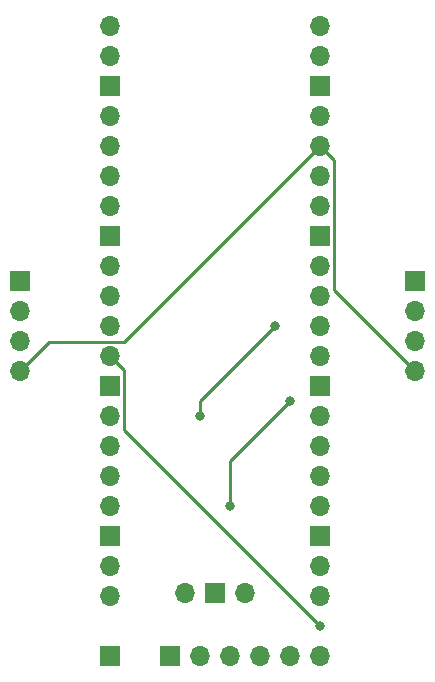
<source format=gbl>
%TF.GenerationSoftware,KiCad,Pcbnew,7.0.6-1.fc38*%
%TF.CreationDate,2023-07-24T16:30:41-04:00*%
%TF.ProjectId,driver-pcb,64726976-6572-42d7-9063-622e6b696361,rev?*%
%TF.SameCoordinates,Original*%
%TF.FileFunction,Copper,L2,Bot*%
%TF.FilePolarity,Positive*%
%FSLAX46Y46*%
G04 Gerber Fmt 4.6, Leading zero omitted, Abs format (unit mm)*
G04 Created by KiCad (PCBNEW 7.0.6-1.fc38) date 2023-07-24 16:30:41*
%MOMM*%
%LPD*%
G01*
G04 APERTURE LIST*
%TA.AperFunction,ComponentPad*%
%ADD10O,1.700000X1.700000*%
%TD*%
%TA.AperFunction,ComponentPad*%
%ADD11R,1.700000X1.700000*%
%TD*%
%TA.AperFunction,ViaPad*%
%ADD12C,0.800000*%
%TD*%
%TA.AperFunction,Conductor*%
%ADD13C,0.250000*%
%TD*%
G04 APERTURE END LIST*
D10*
%TO.P,U1,1,GPIO0*%
%TO.N,unconnected-(U1-GPIO0-Pad1)*%
X132080000Y-48260000D03*
%TO.P,U1,2,GPIO1*%
%TO.N,unconnected-(U1-GPIO1-Pad2)*%
X132080000Y-50800000D03*
D11*
%TO.P,U1,3,GND*%
%TO.N,unconnected-(U1-GND-Pad3)*%
X132080000Y-53340000D03*
D10*
%TO.P,U1,4,GPIO2*%
%TO.N,unconnected-(U1-GPIO2-Pad4)*%
X132080000Y-55880000D03*
%TO.P,U1,5,GPIO3*%
%TO.N,unconnected-(U1-GPIO3-Pad5)*%
X132080000Y-58420000D03*
%TO.P,U1,6,GPIO4*%
%TO.N,unconnected-(U1-GPIO4-Pad6)*%
X132080000Y-60960000D03*
%TO.P,U1,7,GPIO5*%
%TO.N,unconnected-(U1-GPIO5-Pad7)*%
X132080000Y-63500000D03*
D11*
%TO.P,U1,8,GND*%
%TO.N,unconnected-(U1-GND-Pad8)*%
X132080000Y-66040000D03*
D10*
%TO.P,U1,9,GPIO6*%
%TO.N,unconnected-(U1-GPIO6-Pad9)*%
X132080000Y-68580000D03*
%TO.P,U1,10,GPIO7*%
%TO.N,/IN4*%
X132080000Y-71120000D03*
%TO.P,U1,11,GPIO8*%
%TO.N,/IN3*%
X132080000Y-73660000D03*
%TO.P,U1,12,GPIO9*%
%TO.N,/ENB*%
X132080000Y-76200000D03*
D11*
%TO.P,U1,13,GND*%
%TO.N,unconnected-(U1-GND-Pad13)*%
X132080000Y-78740000D03*
D10*
%TO.P,U1,14,GPIO10*%
%TO.N,unconnected-(U1-GPIO10-Pad14)*%
X132080000Y-81280000D03*
%TO.P,U1,15,GPIO11*%
%TO.N,unconnected-(U1-GPIO11-Pad15)*%
X132080000Y-83820000D03*
%TO.P,U1,16,GPIO12*%
%TO.N,unconnected-(U1-GPIO12-Pad16)*%
X132080000Y-86360000D03*
%TO.P,U1,17,GPIO13*%
%TO.N,/IN2*%
X132080000Y-88900000D03*
D11*
%TO.P,U1,18,GND*%
%TO.N,unconnected-(U1-GND-Pad18)*%
X132080000Y-91440000D03*
D10*
%TO.P,U1,19,GPIO14*%
%TO.N,/IN1*%
X132080000Y-93980000D03*
%TO.P,U1,20,GPIO15*%
%TO.N,/ENA*%
X132080000Y-96520000D03*
%TO.P,U1,21,GPIO16*%
%TO.N,Net-(J1-Pin_2)*%
X149860000Y-96520000D03*
%TO.P,U1,22,GPIO17*%
%TO.N,Net-(J1-Pin_3)*%
X149860000Y-93980000D03*
D11*
%TO.P,U1,23,GND*%
%TO.N,unconnected-(U1-GND-Pad23)*%
X149860000Y-91440000D03*
D10*
%TO.P,U1,24,GPIO18*%
%TO.N,Net-(J2-Pin_2)*%
X149860000Y-88900000D03*
%TO.P,U1,25,GPIO19*%
%TO.N,Net-(J2-Pin_3)*%
X149860000Y-86360000D03*
%TO.P,U1,26,GPIO20*%
%TO.N,unconnected-(U1-GPIO20-Pad26)*%
X149860000Y-83820000D03*
%TO.P,U1,27,GPIO21*%
%TO.N,unconnected-(U1-GPIO21-Pad27)*%
X149860000Y-81280000D03*
D11*
%TO.P,U1,28,GND*%
%TO.N,unconnected-(U1-GND-Pad28)*%
X149860000Y-78740000D03*
D10*
%TO.P,U1,29,GPIO22*%
%TO.N,unconnected-(U1-GPIO22-Pad29)*%
X149860000Y-76200000D03*
%TO.P,U1,30,RUN*%
%TO.N,unconnected-(U1-RUN-Pad30)*%
X149860000Y-73660000D03*
%TO.P,U1,31,GPIO26_ADC0*%
%TO.N,unconnected-(U1-GPIO26_ADC0-Pad31)*%
X149860000Y-71120000D03*
%TO.P,U1,32,GPIO27_ADC1*%
%TO.N,unconnected-(U1-GPIO27_ADC1-Pad32)*%
X149860000Y-68580000D03*
D11*
%TO.P,U1,33,AGND*%
%TO.N,unconnected-(U1-AGND-Pad33)*%
X149860000Y-66040000D03*
D10*
%TO.P,U1,34,GPIO28_ADC2*%
%TO.N,unconnected-(U1-GPIO28_ADC2-Pad34)*%
X149860000Y-63500000D03*
%TO.P,U1,35,ADC_VREF*%
%TO.N,unconnected-(U1-ADC_VREF-Pad35)*%
X149860000Y-60960000D03*
%TO.P,U1,36,3V3*%
%TO.N,+3.3V*%
X149860000Y-58420000D03*
%TO.P,U1,37,3V3_EN*%
%TO.N,unconnected-(U1-3V3_EN-Pad37)*%
X149860000Y-55880000D03*
D11*
%TO.P,U1,38,GND*%
%TO.N,GND*%
X149860000Y-53340000D03*
D10*
%TO.P,U1,39,VSYS*%
%TO.N,unconnected-(U1-VSYS-Pad39)*%
X149860000Y-50800000D03*
%TO.P,U1,40,VBUS*%
%TO.N,unconnected-(U1-VBUS-Pad40)*%
X149860000Y-48260000D03*
%TO.P,U1,41,SWCLK*%
%TO.N,unconnected-(U1-SWCLK-Pad41)*%
X138430000Y-96290000D03*
D11*
%TO.P,U1,42,GND*%
%TO.N,unconnected-(U1-GND-Pad42)*%
X140970000Y-96290000D03*
D10*
%TO.P,U1,43,SWDIO*%
%TO.N,unconnected-(U1-SWDIO-Pad43)*%
X143510000Y-96290000D03*
%TD*%
%TO.P,J4,6,Pin_6*%
%TO.N,/ENB*%
X149860000Y-101600000D03*
%TO.P,J4,5,Pin_5*%
%TO.N,/IN4*%
X147320000Y-101600000D03*
%TO.P,J4,4,Pin_4*%
%TO.N,/IN3*%
X144780000Y-101600000D03*
%TO.P,J4,3,Pin_3*%
%TO.N,/IN2*%
X142240000Y-101600000D03*
%TO.P,J4,2,Pin_2*%
%TO.N,/IN1*%
X139700000Y-101600000D03*
D11*
%TO.P,J4,1,Pin_1*%
%TO.N,/ENA*%
X137160000Y-101600000D03*
%TD*%
%TO.P,J3,1,Pin_1*%
%TO.N,GND*%
X132080000Y-101600000D03*
%TD*%
%TO.P,J2,1,Pin_1*%
%TO.N,GND*%
X124460000Y-69860000D03*
D10*
%TO.P,J2,2,Pin_2*%
%TO.N,Net-(J2-Pin_2)*%
X124460000Y-72400000D03*
%TO.P,J2,3,Pin_3*%
%TO.N,Net-(J2-Pin_3)*%
X124460000Y-74940000D03*
%TO.P,J2,4,Pin_4*%
%TO.N,+3.3V*%
X124460000Y-77480000D03*
%TD*%
D11*
%TO.P,J1,1,Pin_1*%
%TO.N,GND*%
X157875000Y-69850000D03*
D10*
%TO.P,J1,2,Pin_2*%
%TO.N,Net-(J1-Pin_2)*%
X157875000Y-72390000D03*
%TO.P,J1,3,Pin_3*%
%TO.N,Net-(J1-Pin_3)*%
X157875000Y-74930000D03*
%TO.P,J1,4,Pin_4*%
%TO.N,+3.3V*%
X157875000Y-77470000D03*
%TD*%
D12*
%TO.N,/ENB*%
X149860000Y-99060000D03*
%TO.N,/IN4*%
X146050000Y-73660000D03*
X139700000Y-81280000D03*
%TO.N,/IN3*%
X147320000Y-80010000D03*
X142240000Y-88900000D03*
%TD*%
D13*
%TO.N,+3.3V*%
X157875000Y-77470000D02*
X151035000Y-70630000D01*
%TO.N,/ENB*%
X133255000Y-77375000D02*
X132080000Y-76200000D01*
X149860000Y-99060000D02*
X133255000Y-82455000D01*
X133255000Y-82455000D02*
X133255000Y-77375000D01*
%TO.N,/IN4*%
X139700000Y-80010000D02*
X146050000Y-73660000D01*
X139700000Y-81280000D02*
X139700000Y-80010000D01*
%TO.N,/IN3*%
X142240000Y-85090000D02*
X147320000Y-80010000D01*
X142240000Y-88900000D02*
X142240000Y-85090000D01*
%TO.N,+3.3V*%
X149860000Y-58420000D02*
X151035000Y-59595000D01*
X151035000Y-59595000D02*
X151035000Y-70630000D01*
X149860000Y-58420000D02*
X133255000Y-75025000D01*
X133255000Y-75025000D02*
X126915000Y-75025000D01*
X126915000Y-75025000D02*
X124460000Y-77480000D01*
%TD*%
M02*

</source>
